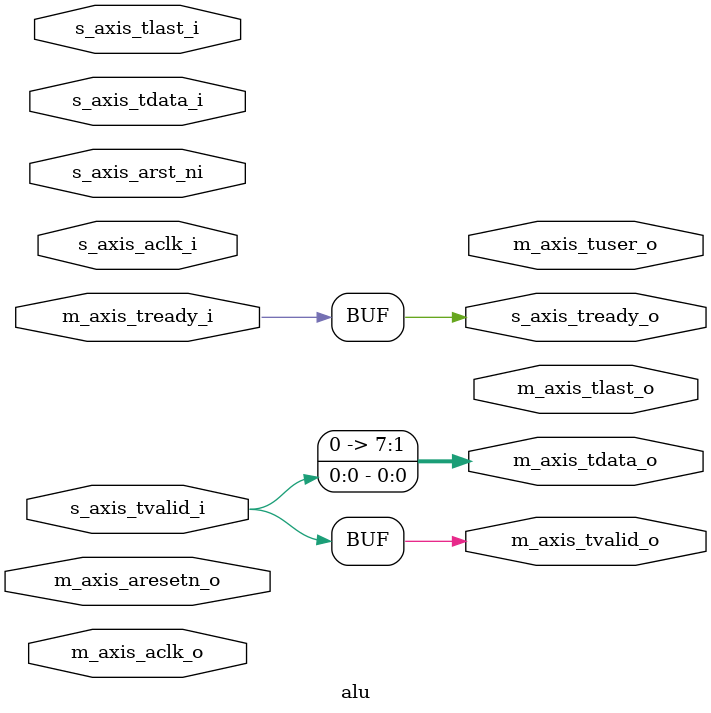
<source format=sv>


`timescale 1 ns / 1 ps


module alu #(
    parameter GPIO_WIDTH    = 16,
    parameter AXI_OUT_WIDTH = 8,
    parameter INCLUDE_CRLF  = 1,
    parameter BYTE_START    = 31,
    parameter AXI_WIDTH     = 8
) (

    // Ports of Axi slave interface (M_AXIS -> LEDs)
    input  wire         s_axis_aclk_i,
    input  wire         s_axis_arst_ni,
    output wire         s_axis_tready_o,
    input  wire [7 : 0] s_axis_tdata_i,
    input  wire         s_axis_tlast_i,
    input  wire         s_axis_tvalid_i,

    // Ports of Axi Master interface(SW -> S_AXIS)
    input wire    m_axis_aclk_o,
    input wire    m_axis_aresetn_o,
    output wire   m_axis_tvalid_o,
    output wire [7 : 0] m_axis_tdata_o,
    output wire   m_axis_tlast_o,
    output wire [11:0]  m_axis_tuser_o,
    input wire    m_axis_tready_i
);

  assign s_axis_tready_o = m_axis_tready_i;
  assign m_axis_tvalid_o = s_axis_tvalid_i;
  assign m_axis_tdata_o  = s_axis_tvalid_i;

endmodule

</source>
